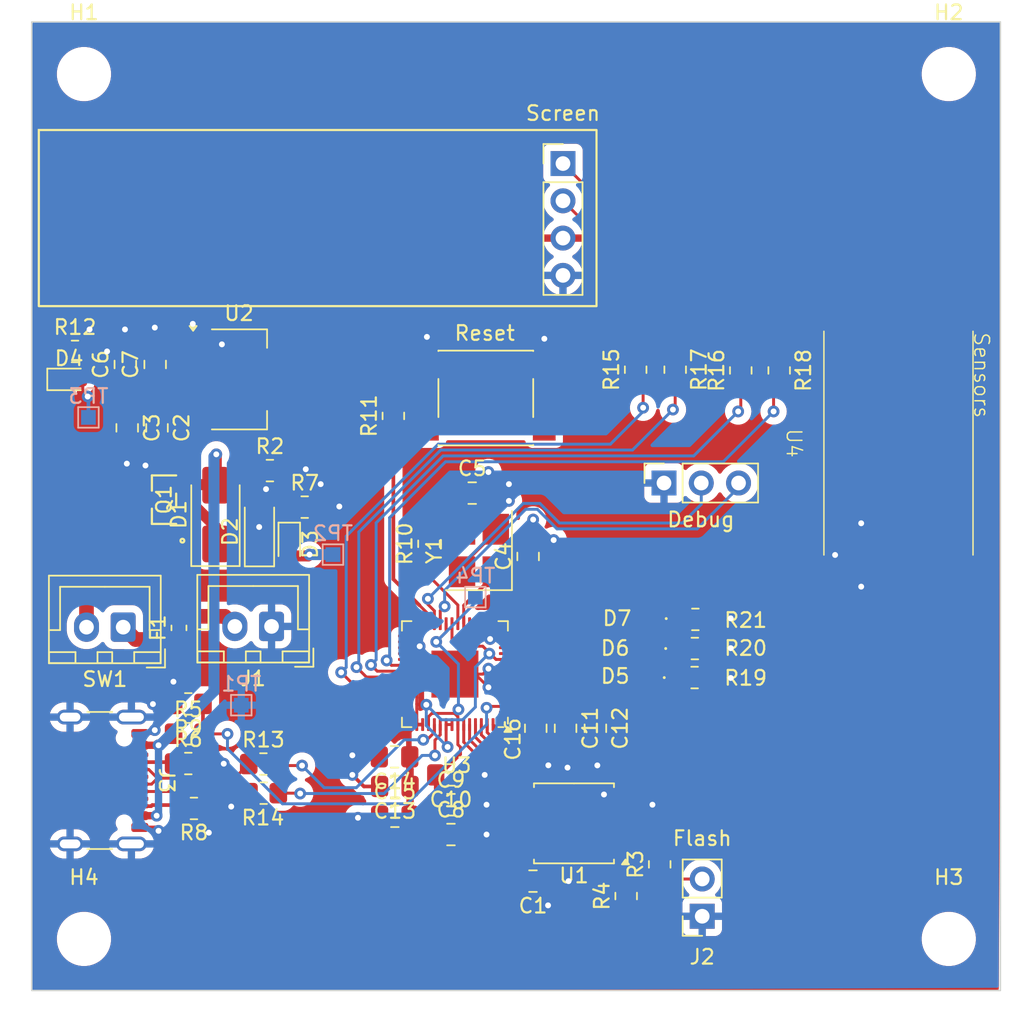
<source format=kicad_pcb>
(kicad_pcb (version 20240108) (generator "pcbnew") (generator_version "8.0")
  (layers (0 "F.Cu" signal) (31 "B.Cu" signal) (34 "B.Paste" user) (35 "F.Paste" user) (36 "B.SilkS" user "B.Silkscreen") (37 "F.SilkS" user "F.Silkscreen") (38 "B.Mask" user) (39 "F.Mask" user) (44 "Edge.Cuts" user))
  (net 0 "")
  (net 1 "+3V3")
  (net 2 "GND")
  (net 3 "/XIN")
  (net 4 "+BATT")
  (net 5 "+1V1")
  (net 6 "/LED_RED")
  (net 7 "Net-(C5-Pad1)")
  (net 8 "Net-(D5-K)")
  (net 9 "/LED_YELLOW")
  (net 10 "/LED_GREEN")
  (net 11 "Net-(D3-K)")
  (net 12 "Net-(D4-K)")
  (net 13 "VBUS")
  (net 14 "Net-(D7-K)")
  (net 15 "Net-(D6-K)")
  (net 16 "Net-(SW1-A)")
  (net 17 "Net-(J2-Pin_2)")
  (net 18 "/SWD")
  (net 19 "/SWCLK")
  (net 20 "I2C0_SDA")
  (net 21 "I2C0_SCL")
  (net 22 "/QSPI_SS")
  (net 23 "/RUN")
  (net 24 "/Xout")
  (net 25 "I2C1_SCL")
  (net 26 "I2C1_SDA")
  (net 27 "/QSPI_SD2")
  (net 28 "/QSPI_SD1")
  (net 29 "/QSPI_SD0")
  (net 30 "/QSPI_SD3")
  (net 31 "/QSPI_SCLK")
  (net 32 "Net-(J3-CC1)")
  (net 33 "/GPIO_1")
  (net 34 "/SPI0_CSn")
  (net 35 "/GPIO_2")
  (net 36 "/SPI1_SCK")
  (net 37 "/ADC_2")
  (net 38 "/ADC_0")
  (net 39 "USB_DET")
  (net 40 "/GPIO_7")
  (net 41 "/GPIO_3")
  (net 42 "/SPI1_MOSI")
  (net 43 "/GPIO_5")
  (net 44 "/CLK_GPIN0")
  (net 45 "/SPI1_MISO")
  (net 46 "/GPIO_4")
  (net 47 "/ADC_1")
  (net 48 "/GPIO_8")
  (net 49 "D-")
  (net 50 "/ADC_3")
  (net 51 "/SPI0_MOSI")
  (net 52 "/GPIO_6")
  (net 53 "/SPI0_SCK")
  (net 54 "/SPI0_MISO")
  (net 55 "/CLK_GPOUT0")
  (net 56 "D+")
  (net 57 "/SPI1_CSn")
  (net 58 "Net-(J3-CC2)")
  (net 59 "Net-(Q1-D)")
  (net 60 "/USB_D+")
  (net 61 "/USB_D-")
  (net 62 "/Batt")
  (footprint "Capacitor_SMD:C_0805_2012Metric_Pad1.18x1.45mm_HandSolder" (layer "F.Cu") (at 135.9408 105.918 -90)
    (property "Reference" "C11")
    (property "Value" "100nF")
  )
  (footprint "Diode_SMD:D_SMA" (layer "F.Cu") (at 112.0848 91.3554 90)
    (property "Reference" "D1")
    (property "Value" "D_Schottky")
  )
  (footprint "Button_Switch_SMD:SW_SPST_PTS645" (layer "F.Cu") (at 130.5052 83.4136)
    (property "Reference" "SW2" (hide yes))
    (property "Value" "Reset")
  )
  (footprint "Connector_USB:USB_C_Receptacle_GCT_USB4105-xx-A_16P_TopMnt_Horizontal" (layer "F.Cu") (at 103.251 109.474 -90)
    (property "Reference" "J3")
    (property "Value" "USB_C_Receptacle_USB2.0_14P")
  )
  (footprint "Resistor_SMD:R_0805_2012Metric_Pad1.20x1.40mm_HandSolder" (layer "F.Cu") (at 143.4084 81.4832 90)
    (property "Reference" "R17")
    (property "Value" "4K7")
  )
  (footprint "Resistor_SMD:R_0805_2012Metric_Pad1.20x1.40mm_HandSolder" (layer "F.Cu") (at 144.7492 100.4824)
    (property "Reference" "R20")
    (property "Value" "130")
  )
  (footprint "Capacitor_SMD:C_0805_2012Metric_Pad1.18x1.45mm_HandSolder" (layer "F.Cu") (at 107.9754 81.1276 90)
    (property "Reference" "C7")
    (property "Value" "10uF")
  )
  (footprint "Sense Board:SenseBoard" (layer "F.Cu") (at 151.003 86.487 -90)
    (property "Reference" "U4")
    (property "Value" "~")
  )
  (footprint "Package_TO_SOT_SMD:SOT-223" (layer "F.Cu") (at 113.6904 82.1436)
    (property "Reference" "U2")
    (property "Value" "Voltage Regulator")
  )
  (footprint "LED_SMD:LED_0603_1608Metric" (layer "F.Cu") (at 117.114 93.3874 -90)
    (property "Reference" "D3")
    (property "Value" "Orange LED")
  )
  (footprint "DMG2305UX-7:SOT-23_DIO" (layer "F.Cu") (at 108.5796 90.3394 90)
    (property "Reference" "Q1")
    (property "Value" "DMG2305UX-7")
  )
  (footprint "Capacitor_SMD:C_0805_2012Metric_Pad1.18x1.45mm_HandSolder" (layer "F.Cu") (at 124.3076 109.8804 180)
    (property "Reference" "C13")
    (property "Value" "100nF")
  )
  (footprint "Package_DFN_QFN:QFN-56-1EP_7x7mm_P0.4mm_EP3.2x3.2mm" (layer "F.Cu") (at 128.4008 102.2265 180)
    (property "Reference" "U3")
    (property "Value" "RP2040")
  )
  (footprint "Resistor_SMD:R_0805_2012Metric_Pad1.20x1.40mm_HandSolder" (layer "F.Cu") (at 102.5144 80.2386)
    (property "Reference" "R12")
    (property "Value" "360R")
  )
  (footprint "Resistor_SMD:R_0805_2012Metric_Pad1.20x1.40mm_HandSolder" (layer "F.Cu") (at 110.233 106.287)
    (property "Reference" "R5")
    (property "Value" "5.6k")
  )
  (footprint "Resistor_SMD:R_0805_2012Metric_Pad1.20x1.40mm_HandSolder" (layer "F.Cu") (at 115.3508 108.3528)
    (property "Reference" "R13")
    (property "Value" "27.4")
  )
  (footprint "Capacitor_SMD:C_0805_2012Metric_Pad1.18x1.45mm_HandSolder" (layer "F.Cu") (at 133.7188 116.332 180)
    (property "Reference" "C1")
    (property "Value" "100nF")
  )
  (footprint "Crystal:Crystal_SMD_3225-4Pin_3.2x2.5mm_HandSoldering" (layer "F.Cu") (at 130.0356 93.8044 90)
    (property "Reference" "Y1")
    (property "Value" "12MHz")
  )
  (footprint "Capacitor_SMD:C_0805_2012Metric_Pad1.18x1.45mm_HandSolder" (layer "F.Cu") (at 105.9434 81.1276 90)
    (property "Reference" "C6")
    (property "Value" "100nF")
  )
  (footprint "Capacitor_SMD:C_0805_2012Metric_Pad1.18x1.45mm_HandSolder" (layer "F.Cu") (at 129.5784 89.8928)
    (property "Reference" "C5")
    (property "Value" "20pF")
  )
  (footprint "Connector_JST:JST_XH_B2B-XH-A_1x02_P2.50mm_Vertical" (layer "F.Cu") (at 115.9056 98.9754 180)
    (property "Reference" "J1")
    (property "Value" "Conn_01x02")
  )
  (footprint "Resistor_SMD:R_0805_2012Metric_Pad1.20x1.40mm_HandSolder" (layer "F.Cu") (at 144.7332 102.46)
    (property "Reference" "R19")
    (property "Value" "130")
  )
  (footprint "LED_SMD:LED_0402_1005Metric_Pad0.77x0.64mm_HandSolder" (layer "F.Cu") (at 141.498 100.4824 180)
    (property "Reference" "D6")
    (property "Value" "LED")
  )
  (footprint "Capacitor_SMD:C_0805_2012Metric_Pad1.18x1.45mm_HandSolder" (layer "F.Cu") (at 128.1308 109.093 180)
    (property "Reference" "C10")
    (property "Value" "1uF")
  )
  (footprint "MountingHole:MountingHole_3.2mm_M3" (layer "F.Cu") (at 162.052 120.269)
    (property "Reference" "H3")
    (property "Value" "MountingHole")
  )
  (footprint "Connector_PinSocket_2.54mm:PinSocket_1x03_P2.54mm_Vertical" (layer "F.Cu") (at 142.6464 89.2048 90)
    (property "Reference" "J4" (hide yes))
    (property "Value" "Debug")
  )
  (footprint "Resistor_SMD:R_0805_2012Metric_Pad1.20x1.40mm_HandSolder" (layer "F.Cu") (at 110.233 104.255 180)
    (property "Reference" "R9")
    (property "Value" "10k")
  )
  (footprint "MountingHole:MountingHole_3.2mm_M3" (layer "F.Cu") (at 103.124 61.341)
    (property "Reference" "H1")
    (property "Value" "MountingHole")
  )
  (footprint "Resistor_SMD:R_0805_2012Metric_Pad1.20x1.40mm_HandSolder" (layer "F.Cu") (at 147.8788 81.534 90)
    (property "Reference" "R16")
    (property "Value" "4K7")
  )
  (footprint "Capacitor_SMD:C_0805_2012Metric_Pad1.18x1.45mm_HandSolder" (layer "F.Cu") (at 124.2869 107.8603 180)
    (property "Reference" "C14")
    (property "Value" "100nF")
  )
  (footprint "MountingHole:MountingHole_3.2mm_M3" (layer "F.Cu") (at 162.052 61.341)
    (property "Reference" "H2")
    (property "Value" "MountingHole")
  )
  (footprint "LED_SMD:LED_0603_1608Metric" (layer "F.Cu") (at 102.108 82.1436)
    (property "Reference" "D4")
    (property "Value" "Green LED")
  )
  (footprint "Resistor_SMD:R_0805_2012Metric_Pad1.20x1.40mm_HandSolder" (layer "F.Cu") (at 140.0688 117.348 90)
    (property "Reference" "R4")
    (property "Value" "DNP")
  )
  (footprint "Connector_PinHeader_2.54mm:PinHeader_1x04_P2.54mm_Vertical" (layer "F.Cu") (at 135.763 67.437)
    (property "Reference" "J5" (hide yes))
    (property "Value" "Screen")
  )
  (footprint "Resistor_SMD:R_0805_2012Metric_Pad1.20x1.40mm_HandSolder" (layer "F.Cu") (at 126.632 93.3472 90)
    (property "Reference" "R10")
    (property "Value" "1k")
  )
  (footprint "Resistor_SMD:R_0805_2012Metric_Pad1.20x1.40mm_HandSolder" (layer "F.Cu") (at 150.495 81.534 90)
    (property "Reference" "R18")
    (property "Value" "4K7")
  )
  (footprint "Connector_PinSocket_2.54mm:PinSocket_1x02_P2.54mm_Vertical" (layer "F.Cu") (at 145.2508 118.725 180)
    (property "Reference" "J2")
    (property "Value" "Flash")
  )
  (footprint "Fuse:Fuse_0603_1608Metric" (layer "F.Cu") (at 109.5956 99.077 90)
    (property "Reference" "F1")
    (property "Value" "0.15A")
  )
  (footprint "Connector_JST:JST_XH_B2B-XH-A_1x02_P2.50mm_Vertical" (layer "F.Cu") (at 105.7964 99.0262 180)
    (property "Reference" "SW1")
    (property "Value" "SW_SPST")
  )
  (footprint "Capacitor_SMD:C_0805_2012Metric_Pad1.18x1.45mm_HandSolder" (layer "F.Cu") (at 128.1308 113.157)
    (property "Reference" "C8")
    (property "Value" "100nF")
  )
  (footprint "LED_SMD:LED_0402_1005Metric_Pad0.77x0.64mm_HandSolder" (layer "F.Cu") (at 141.5328 98.4432 180)
    (property "Reference" "D7")
    (property "Value" "LED")
  )
  (footprint "Diode_SMD:D_SOD-123" (layer "F.Cu") (at 115.082 92.5238 90)
    (property "Reference" "D2")
    (property "Value" "D_Zener")
  )
  (footprint "Resistor_SMD:R_0805_2012Metric_Pad1.20x1.40mm_HandSolder" (layer "F.Cu") (at 124.206 84.6328 90)
    (property "Reference" "R11")
    (property "Value" "10k")
  )
  (footprint "Resistor_SMD:R_0805_2012Metric_Pad1.20x1.40mm_HandSolder" (layer "F.Cu") (at 115.7932 88.3582)
    (property "Reference" "R2")
    (property "Value" "10K")
  )
  (footprint "Capacitor_SMD:C_0805_2012Metric_Pad1.18x1.45mm_HandSolder" (layer "F.Cu") (at 133.9088 105.918 90)
    (property "Reference" "C16")
    (property "Value" "1uF")
  )
  (footprint "Resistor_SMD:R_0805_2012Metric_Pad1.20x1.40mm_HandSolder" (layer "F.Cu") (at 142.3548 115.189 90)
    (property "Reference" "R3")
    (property "Value" "1k")
  )
  (footprint "Package_SO:SOIC-8_5.23x5.23mm_P1.27mm" (layer "F.Cu") (at 136.5128 112.395 180)
    (property "Reference" "U1")
    (property "Value" "W25Q128JVPIQ TR")
  )
  (footprint "Resistor_SMD:R_0805_2012Metric_Pad1.20x1.40mm_HandSolder" (layer "F.Cu") (at 115.3668 110.3376)
    (property "Reference" "R14")
    (property "Value" "27.4")
  )
  (footprint "Resistor_SMD:R_0805_2012Metric_Pad1.20x1.40mm_HandSolder" (layer "F.Cu") (at 144.784 98.4976)
    (property "Reference" "R21")
    (property "Value" "130")
  )
  (footprint "Capacitor_SMD:C_0805_2012Metric_Pad1.18x1.45mm_HandSolder" (layer "F.Cu") (at 124.3076 111.9124)
    (property "Reference" "C15")
    (property "Value" "1uF")
  )
  (footprint "Capacitor_SMD:C_0805_2012Metric_Pad1.18x1.45mm_HandSolder" (layer "F.Cu") (at 128.1308 111.125)
    (property "Reference" "C9")
    (property "Value" "100nF")
  )
  (footprint "Capacitor_SMD:C_0805_2012Metric_Pad1.18x1.45mm_HandSolder" (layer "F.Cu") (at 106.0704 85.4456 -90)
    (property "Reference" "C3")
    (property "Value" "100nF")
  )
  (footprint "Resistor_SMD:R_0805_2012Metric_Pad1.20x1.40mm_HandSolder" (layer "F.Cu") (at 110.233 108.319)
    (property "Reference" "R6")
    (property "Value" "5.1k")
  )
  (footprint "Capacitor_SMD:C_0805_2012Metric_Pad1.18x1.45mm_HandSolder" (layer "F.Cu") (at 133.3884 94.2108 90)
    (property "Reference" "C4")
    (property "Value" "20pF")
  )
  (footprint "Capacitor_SMD:C_0805_2012Metric_Pad1.18x1.45mm_HandSolder" (layer "F.Cu") (at 108.1024 85.4456 -90)
    (property "Reference" "C2")
    (property "Value" "10uF")
  )
  (footprint "MountingHole:MountingHole_3.2mm_M3" (layer "F.Cu") (at 103.124 120.269)
    (property "Reference" "H4")
    (property "Value" "MountingHole")
  )
  (footprint "Resistor_SMD:R_0805_2012Metric_Pad1.20x1.40mm_HandSolder" (layer "F.Cu") (at 140.716 81.4832 90)
    (property "Reference" "R15")
    (property "Value" "4K7")
  )
  (footprint "Resistor_SMD:R_0805_2012Metric_Pad1.20x1.40mm_HandSolder" (layer "F.Cu") (at 110.617 111.379 180)
    (property "Reference" "R8")
    (property "Value" "5.1k")
  )
  (footprint "Resistor_SMD:R_0805_2012Metric_Pad1.20x1.40mm_HandSolder" (layer "F.Cu") (at 118.1648 90.8474)
    (property "Reference" "R7")
    (property "Value" "470R")
  )
  (footprint "Capacitor_SMD:C_0805_2012Metric_Pad1.18x1.45mm_HandSolder" (layer "F.Cu") (at 137.9728 105.918 -90)
    (property "Reference" "C12")
    (property "Value" "100nF")
  )
  (footprint "LED_SMD:LED_0402_1005Metric_Pad0.77x0.64mm_HandSolder" (layer "F.Cu") (at 141.3988 102.4636 180)
    (property "Reference" "D5")
    (property "Value" "LED")
  )
  (footprint "TestPoint:TestPoint_Pad_1.0x1.0mm" (layer "B.Cu") (at 120.0912 94.0816 180)
    (property "Reference" "TP2")
    (property "Value" "TestPoint")
  )
  (footprint "TestPoint:TestPoint_Pad_1.0x1.0mm" (layer "B.Cu") (at 113.8428 104.3432 180)
    (property "Reference" "TP1")
    (property "Value" "TestPoint")
  )
  (footprint "TestPoint:TestPoint_Pad_1.0x1.0mm" (layer "B.Cu") (at 103.4288 84.7344 180)
    (property "Reference" "TP3")
    (property "Value" "TestPoint")
  )
  (footprint "TestPoint:TestPoint_Pad_1.0x1.0mm" (layer "B.Cu") (at 129.794 96.9772 180)
    (property "Reference" "TP4")
    (property "Value" "1V1")
  )
  (gr_rect (start 100.049 65.151) (end 138.049 77.151) (stroke (width 0.15)) (fill none) (layer "F.SilkS"))
  (gr_rect (start 99.568 57.785) (end 165.568 123.785) (stroke (width 0.1)) (fill none) (layer "Edge.Cuts"))
  (segment (start 128.2008 98.789) (end 128.2008 100.0068) (width 0.2) (layer "F.Cu") (net 1))
  (segment (start 127.8008 105.664) (end 128.2008 105.664) (width 0.2) (layer "F.Cu") (net 1))
  (segment (start 131.8383 101.2265) (end 132.9615 101.2265) (width 0.2) (layer "F.Cu") (net 1))
  (segment (start 125.49716 101.2265) (end 125.8008 101.53014) (width 0.2) (layer "F.Cu") (net 1))
  (segment (start 131.8383 104.8265) (end 133.8548 104.8265) (width 0.2) (layer "F.Cu") (net 1))
  (segment (start 125.3244 106.1404) (end 125.8008 105.664) (width 0.25) (layer "F.Cu") (net 1))
  (segment (start 125.8008 105.664) (end 126.1758 105.664) (width 0.25) (layer "F.Cu") (net 1))
  (segment (start 135.9408 104.8805) (end 133.9088 104.8805) (width 0.25) (layer "F.Cu") (net 1))
  (segment (start 127.8008 107.088) (end 127.8008 105.664) (width 0.2) (layer "F.Cu") (net 1))
  (segment (start 124.9883 104.8515) (end 124.9633 104.8515) (width 0.25) (layer "F.Cu") (net 1))
  (segment (start 125.8008 104.267) (end 125.8008 105.664) (width 0.2) (layer "F.Cu") (net 1))
  (segment (start 124.9633 101.2265) (end 125.49716 101.2265) (width 0.2) (layer "F.Cu") (net 1))
  (segment (start 132.9615 101.2265) (end 132.969 101.219) (width 0.2) (layer "F.Cu") (net 1))
  (segment (start 128.2008 100.0068) (end 128.5205 100.3265) (width 0.2) (layer "F.Cu") (net 1))
  (segment (start 137.9728 104.8805) (end 135.9408 104.8805) (width 0.25) (layer "F.Cu") (net 1))
  (segment (start 130.3008 100.3265) (end 131.2008 101.2265) (width 0.2) (layer "F.Cu") (net 1))
  (segment (start 125.3244 107.8603) (end 125.3244 106.1404) (width 0.25) (layer "F.Cu") (net 1))
  (segment (start 125.3244 107.8603) (end 125.3244 109.8597) (width 0.25) (layer "F.Cu") (net 1))
  (segment (start 125.846926 104.313126) (end 125.8008 104.267) (width 0.2) (layer "F.Cu") (net 1))
  (segment (start 128.5205 100.3265) (end 130.3008 100.3265) (width 0.2) (layer "F.Cu") (net 1))
  (segment (start 125.8008 101.53014) (end 125.8008 104.267) (width 0.2) (layer "F.Cu") (net 1))
  (segment (start 131.2008 101.2265) (end 131.8383 101.2265) (width 0.2) (layer "F.Cu") (net 1))
  (segment (start 125.8008 105.664) (end 124.9883 104.8515) (width 0.25) (layer "F.Cu") (net 1))
  (segment (start 125.3451 109.8804) (end 125.3451 111.9124) (width 0.25) (layer "F.Cu") (net 1))
  (segment (start 127.9008 107.188) (end 127.8008 107.088) (width 0.2) (layer "F.Cu") (net 1))
  (segment (start 126.450485 104.313126) (end 125.846926 104.313126) (width 0.2) (layer "F.Cu") (net 1))
  (via (at 130.744475 100.832438) (size 0.8) (drill 0.4) (layers "F.Cu" "B.Cu") (net 1))
  (via (at 126.450485 104.313126) (size 0.8) (drill 0.4) (layers "F.Cu" "B.Cu") (net 1))
  (via (at 127.9008 107.188) (size 0.8) (drill 0.4) (layers "F.Cu" "B.Cu") (net 1))
  (via (at 103.378 83.312) (size 0.8) (drill 0.4) (layers "F.Cu" "B.Cu") (net 1))
  (segment (start 129.794 104.47061) (end 129.794 101.75305) (width 0.2) (layer "B.Cu") (net 1))
  (segment (start 103.4288 83.3628) (end 103.378 83.312) (width 0.25) (layer "B.Cu") (net 1))
  (segment (start 130.714612 100.832438) (end 130.744475 100.832438) (width 0.2) (layer "B.Cu") (net 1))
  (segment (start 127.9008 107.188) (end 126.450485 105.737685) (width 0.2) (layer "B.Cu") (net 1))
  (segment (start 128.92878 105.33583) (end 129.794 104.47061) (width 0.2) (layer "B.Cu") (net 1))
  (segment (start 103.4288 84.7344) (end 103.4288 83.3628) (width 0.25) (layer "B.Cu") (net 1))
  (segment (start 129.794 101.75305) (end 130.714612 100.832438) (width 0.2) (layer "B.Cu") (net 1))
  (segment (start 127.473189 105.33583) (end 128.92878 105.33583) (width 0.2) (layer "B.Cu") (net 1))
  (segment (start 126.450485 104.313126) (end 127.473189 105.33583) (width 0.2) (layer "B.Cu") (net 1))
  (segment (start 126.450485 105.737685) (end 126.450485 104.313126) (width 0.2) (layer "B.Cu") (net 1))
  (segment (start 107.975 112.674) (end 108.204 112.903) (width 0.25) (layer "F.Cu") (net 2))
  (segment (start 140.1128 110.49) (end 141.224 110.49) (width 0.25) (layer "F.Cu") (net 2))
  (segment (start 126.5252 81.1636) (end 126.5252 79.2812) (width 0.25) (layer "F.Cu") (net 2))
  (segment (start 112.637 108.319) (end 112.649 108.331) (width 0.2) (layer "F.Cu") (net 2))
  (segment (start 107.9754 78.6384) (end 107.95 78.613) (width 0.2) (layer "F.Cu") (net 2))
  (segment (start 109.233 102.756) (end 109.22 102.743) (width 0.2) (layer "F.Cu") (net 2))
  (segment (start 116.7932 88.3582) (end 118.1438 88.3582) (width 0.2) (layer "F.Cu") (net 2))
  (segment (start 107.721 106.274) (end 107.95 106.045) (width 0.2) (layer "F.Cu") (net 2))
  (segment (start 129.4008 98.789) (end 129.4008 99.32286) (width 0.2) (layer "F.Cu") (net 2))
  (segment (start 103.5144 80.2386) (end 104.6988 80.2386) (width 0.2) (layer "F.Cu") (net 2))
  (segment (start 121.5143 107.8603) (end 123.2494 107.8603) (width 0.25) (layer "F.Cu") (net 2))
  (segment (start 110.5404 79.8436) (end 112.4344 79.8436) (width 0.2) (layer "F.Cu") (net 2))
  (segment (start 129.89994 99.822) (end 130.78625 99.822) (width 0.2) (layer "F.Cu") (net 2))
  (segment (start 134.4852 81.1636) (end 134.4852 79.3828) (width 0.25) (layer "F.Cu") (net 2))
  (segment (start 128.4008 102.2265) (end 130.3105 102.2265) (width 0.2) (layer "F.Cu") (net 2))
  (segment (start 131.4682 89.8928) (end 132.08 89.281) (width 0.25) (layer "F.Cu") (net 2))
  (segment (start 119.1648 89.3692) (end 119.253 89.281) (width 0.2) (layer "F.Cu") (net 2))
  (segment (start 122.1994 109.8804) (end 121.412 109.093) (width 0.25) (layer "F.Cu") (net 2))
  (segment (start 145.784 98.4976) (end 147.1204 98.4976) (width 0.25) (layer "F.Cu") (net 2))
  (segment (start 133.9088 107.58205) (end 134.765875 108.439125) (width 0.25) (layer "F.Cu") (net 2))
  (segment (start 106.0704 87.8586) (end 106.045 87.884) (width 0.2) (layer "F.Cu") (net 2))
  (segment (start 111.233 108.319) (end 112.637 108.319) (width 0.2) (layer "F.Cu") (net 2))
  (segment (start 130.6159 89.8928) (end 130.6159 88.5241) (width 0.25) (layer "F.Cu") (net 2))
  (segment (start 134.7563 116.332) (end 136.144 116.332) (width 0.2) (layer "F.Cu") (net 2))
  (segment (start 138.619 110.49) (end 138.557 110.428) (width 0.25) (layer "F.Cu") (net 2))
  (segment (start 131.1856 92.3544) (end 131.1856 91.3184) (width 0.25) (layer "F.Cu") (net 2))
  (segment (start 127.896486 102.2265) (end 125.999311 100.329325) (width 0.2) (layer "F.Cu") (net 2))
  (segment (start 118.1438 88.3582) (end 118.237 88.265) (width 0.2) (layer "F.Cu") (net 2))
  (segment (start 105.9434 78.7654) (end 105.918 78.74) (width 0.2) (layer "F.Cu") (net 2))
  (segment (start 129.1683 109.093) (end 130.429 109.093) (width 0.25) (layer "F.Cu") (net 2))
  (segment (start 121.8946 111.9124) (end 121.793 112.014) (width 0.25) (layer "F.Cu") (net 2))
  (segment (start 113.157 111.252) (end 113.145 111.24) (width 0.2) (layer "F.Cu") (net 2))
  (segment (start 133.9088 106.9555) (end 133.9088 107.58205) (width 0.25) (layer "F.Cu") (net 2))
  (segment (start 156.083 94.107) (end 156.083 91.948) (width 0.2) (layer "F.Cu") (net 2))
  (segment (start 147.1676 100.4824) (end 147.193 100.457) (width 0.25) (layer "F.Cu") (net 2))
  (segment (start 126.5252 79.2812) (end 126.492 79.248) (width 0.25) (layer "F.Cu") (net 2))
  (segment (start 129.7855 102.2265) (end 130.683 103.124) (width 0.2) (layer "F.Cu") (net 2))
  (segment (start 123.2701 109.8804) (end 122.1994 109.8804) (width 0.25) (layer "F.Cu") (net 2))
  (segment (start 110.5404 78.359) (end 110.5404 79.8436) (width 0.2) (layer "F.Cu") (net 2))
  (segment (start 136.0725 108.5969) (end 136.0725 107.0872) (width 0.2) (layer "F.Cu") (net 2))
  (segment (start 145.7332 102.46) (end 147.164 102.46) (width 0.25) (layer "F.Cu") (net 2))
  (segment (start 141.224 110.49) (end 141.859 111.125) (width 0.25) (layer "F.Cu") (net 2))
  (segment (start 104.8473 80.0901) (end 104.6988 80.2386) (width 0.2) (layer "F.Cu") (net 2))
  (segment (start 131.1856 92.5044) (end 128.8856 94.8044) (width 0.25) (layer "F.Cu") (net 2))
  (segment (start 106.0704 86.4831) (end 106.0704 87.8586) (width 0.2) (layer "F.Cu") (net 2))
  (segment (start 130.78625 99.822) (end 130.798125 99.833875) (width 0.2) (layer "F.Cu") (net 2))
  (segment (start 111.617 113.014) (end 111.633 113.03) (width 0.25) (layer "F.Cu") (net 2))
  (segment (start 138.1045 108.4445) (end 138.1045 107.0872) (width 0.2) (layer "F.Cu") (net 2))
  (segment (start 115.082 90.0694) (end 116.7932 88.3582) (width 0.2) (layer "F.Cu") (net 2))
  (segment (start 133.3884 93.1733) (end 135.0457 93.1733) (width 0.25) (layer "F.Cu") (net 2))
  (segment (start 156.083 94.107) (end 154.305 94.107) (width 0.2) (layer "F.Cu") (net 2))
  (segment (start 140.1128 110.49) (end 138.619 110.49) (width 0.25) (layer "F.Cu") (net 2))
  (segment (start 134.7563 116.332) (end 134.7563 117.9737) (width 0.2) (layer "F.Cu") (net 2))
  (segment (start 119.1648 90.8474) (end 120.4806 90.8474) (width 0.2) (layer "F.Cu") (net 2))
  (segment (start 147.164 102.46) (end 147.193 102.489) (width 0.25) (layer "F.Cu") (net 2))
  (segment (start 130.3105 102.2265) (end 130.683 101.854) (width 0.2) (layer "F.Cu") (net 2))
  (segment (start 109.233 104.255) (end 107.835 104.255) (width 0.2) (layer "F.Cu") (net 2))
  (segment (start 130.6159 88.5241) (end 130.683 88.457) (width 0.25) (layer "F.Cu") (net 2))
  (segment (start 145.7492 100.4824) (end 147.1676 100.4824) (width 0.25) (layer "F.Cu") (net 2))
  (segment (start 103.5144 80.2386) (end 103.5144 78.7494) (width 0.2) (layer "F.Cu") (net 2))
  (segment (start 130.6159 89.8928) (end 131.4682 89.8928) (width 0.25) (layer "F.Cu") (net 2))
  (segment (start 107.835 104.255) (end 107.823 104.267) (width 0.2) (layer "F.Cu") (net 2))
  (segment (start 112.4344 79.8436) (end 112.522 79.756) (width 0.2) (layer "F.Cu") (net 2))
  (segment (start 133.3884 92.0366) (end 133.731 91.694) (width 0.25) (layer "F.Cu") (net 2))
  (segment (start 121.412 107.758) (end 121.5143 107.8603) (width 0.25) (layer "F.Cu") (net 2))
  (segment (start 129.1683 113.157) (end 130.556 113.157) (width 0.25) (layer "F.Cu") (net 2))
  (segment (start 131.1856 91.3184) (end 132.08 90.424) (width 0.25) (layer "F.Cu") (net 2))
  (segment (start 134.7563 117.9737) (end 134.747 117.983) (width 0.2) (layer "F.Cu") (net 2))
  (segment (start 106.931 106.274) (end 107.721 106.274) (width 0.2) (layer "F.Cu") (net 2))
  (segment (start 129.4008 99.32286) (end 129.89994 99.822) (width 0.2) (layer "F.Cu") (net 2))
  (segment (start 108.1024 86.4831) (end 108.1024 87.2236) (width 0.2) (layer "F.Cu") (net 2))
  (segment (start 129.1683 111.125) (end 130.556 111.125) (width 0.25) (layer "F.Cu") (net 2))
  (segment (start 105.9434 80.0901) (end 104.8473 80.0901) (width 0.2) (layer "F.Cu") (net 2))
  (segment (start 120.4806 90.8474) (end 120.523 90.805) (width 0.2) (layer "F.Cu") (net 2))
  (segment (start 109.233 104.255) (end 109.233 102.756) (width 0.2) (layer "F.Cu") (net 2))
  (segment (start 147.1204 98.4976) (end 147.193 98.425) (width 0.25) (layer "F.Cu") (net 2))
  (segment (start 105.9434 80.0901) (end 105.9434 78.7654) (width 0.2) (layer "F.Cu") (net 2))
  (segment (start 133.3884 93.1733) (end 133.3884 92.0366) (width 0.25) (layer "F.Cu") (net 2))
  (segment (start 113.145 111.24) (end 111.233 111.24) (width 0.2) (layer "F.Cu") (net 2))
  (segment (start 103.5144 78.7494) (end 103.505 78.74) (width 0.2) (layer "F.Cu") (net 2))
  (segment (start 115.082 90.8738) (end 115.082 92.182) (width 0.2) (layer "F.Cu") (net 2))
  (segment (start 156.083 96.266) (end 156.083 94.107) (width 0.2) (layer "F.Cu") (net 2))
  (segment (start 111.617 111.379) (end 111.617 113.014) (width 0.25) (layer "F.Cu") (net 2))
  (segment (start 115.082 92.182) (end 115.062 92.202) (width 0.2) (layer "F.Cu") (net 2))
  (segment (start 135.0457 93.1733) (end 135.128 93.091) (width 0.25) (layer "F.Cu") (net 2))
  (segment (start 108.1024 87.2236) (end 107.315 88.011) (width 0.2) (layer "F.Cu") (net 2))
  (segment (start 115.082 90.8738) (end 115.082 90.0694) (width 0.2) (layer "F.Cu") (net 2))
  (segment (start 123.2701 111.9124) (end 121.8946 111.9124) (width 0.25) (layer "F.Cu") (net 2))
  (segment (start 119.1648 90.8474) (end 119.1648 89.3692) (width 0.2) (layer "F.Cu") (net 2))
  (segment (start 134.4852 79.3828) (end 134.493 79.375) (width 0.25) (layer "F.Cu") (net 2))
  (segment (start 107.9754 80.0901) (end 107.9754 78.6384) (width 0.2) (layer "F.Cu") (net 2))
  (segment (start 106.931 112.674) (end 107.975 112.674) (width 0.25) (layer "F.Cu") (net 2))
  (via (at 120.523 90.805) (size 0.8) (drill 0.4) (layers "F.Cu" "B.Cu") (net 2))
  (via (at 154.305 94.107) (size 0.8) (drill 0.4) (layers "F.Cu" "B.Cu") (net 2))
  (via (at 130.683 88.457) (size 0.8) (drill 0.4) (layers "F.Cu" "B.Cu") (net 2))
  (via (at 121.412 109.093) (size 0.8) (drill 0.4) (layers "F.Cu" "B.Cu") (net 2))
  (via (at 115.062 92.202) (size 0.8) (drill 0.4) (layers "F.Cu" "B.Cu") (net 2))
  (via (at 103.505 78.74) (size 0.8) (drill 0.4) (layers "F.Cu" "B.Cu") (net 2))
  (via (at 105.918 78.74) (size 0.8) (drill 0.4) (layers "F.Cu" "B.Cu") (net 2))
  (via (at 156.083 91.948) (size 0.8) (drill 0.4) (layers "F.Cu" "B.Cu") (net 2))
  (via (at 136.0725 108.5969) (size 0.8) (drill 0.4) (layers "F.Cu" "B.Cu") (net 2))
  (via (at 135.128 93.091) (size 0.8) (drill 0.4) (layers "F.Cu" "B.Cu") (net 2))
  (via (at 113.157 111.252) (size 0.8) (drill 0.4) (layers "F.Cu" "B.Cu") (net 2))
  (via (at 134.765875 108.439125) (size 0.8) (drill 0.4) (layers "F.Cu" "B.Cu") (net 2))
  (via (at 118.237 88.265) (size 0.8) (drill 0.4) (layers "F.Cu" "B.Cu") (net 2))
  (via (at 112.649 108.331) (size 0.8) (drill 0.4) (layers "F.Cu" "B.Cu") (net 2))
  (via (at 107.823 104.267) (size 0.8) (drill 0.4) (layers "F.Cu" "B.Cu") (net 2))
  (via (at 126.492 79.248) (size 0.8) (drill 0.4) (layers "F.Cu" "B.Cu") (net 2))
  (via (at 125.999311 100.329325) (size 0.8) (drill 0.4) (layers "F.Cu" "B.Cu") (net 2))
  (via (at 109.22 102.743) (size 0.8) (drill 0.4) (layers "F.Cu" "B.Cu") (net 2))
  (via (at 121.412 107.758) (size 0.8) (drill 0.4) (layers "F.Cu" "B.Cu") (net 2))
  (via (at 130.683 103.124) (size 0.8) (drill 0.4) (layers "F.Cu" "B.Cu") (net 2))
  (via (at 134.747 117.983) (size 0.8) (drill 0.4) (layers "F.Cu" "B.Cu") (net 2))
  (via (at 147.193 100.457) (size 0.8) (drill 0.4) (layers "F.Cu" "B.Cu") (net 2))
  (via (at 132.08 90.424) (size 0.8) (drill 0.4) (layers "F.Cu" "B.Cu") (net 2))
  (via (at 104.6988 80.2386) (size 0.8) (drill 0.4) (layers "F.Cu" "B.Cu") (net 2))
  (via (at 112.522 79.756) (size 0.8) (drill 0.4) (layers "F.Cu" "B.Cu") (net 2))
  (via (at 121.793 112.014) (size 0.8) (drill 0.4) (layers "F.Cu" "B.Cu") (net 2))
  (via (at 130.429 109.093) (size 0.8) (drill 0.4) (layers "F.Cu" "B.Cu") (net 2))
  (via (at 130.798125 99.833875) (size 0.8) (drill 0.4) (layers "F.Cu" "B.Cu") (net 2))
  (via (at 119.253 89.281) (size 0.8) (drill 0.4) (layers "F.Cu" "B.Cu") (net 2))
  (via (at 156.083 96.266) (size 0.8) (drill 0.4) (layers "F.Cu" "B.Cu") (net 2))
  (via (at 147.193 98.425) (size 0.8) (drill 0.4) (layers "F.Cu" "B.Cu") (net 2))
  (via (at 130.683 101.854) (size 0.8) (drill 0.4) (layers "F.Cu" "B.Cu") (net 2))
  (via (at 132.08 89.281) (size 0.8) (drill 0.4) (layers "F.Cu" "B.Cu") (net 2))
  (via (at 133.731 91.694) (size 0.8) (drill 0.4) (layers "F.Cu" "B.Cu") (net 2))
  (via (at 147.193 102.489) (size 0.8) (drill 0.4) (layers "F.Cu" "B.Cu") (net 2))
  (via (at 138.557 110.428) (size 0.8) (drill 0.4) (layers "F.Cu" "B.Cu") (net 2))
  (via (at 106.045 87.884) (size 0.8) (drill 0.4) (layers "F.Cu" "B.Cu") (net 2))
  (via (at 107.95 106.045) (size 0.8) (drill 0.4) (layers "F.Cu" "B.Cu") (net 2))
  (via (at 108.204 112.903) (size 0.8) (drill 0.4) (layers "F.Cu" "B.Cu") (net 2))
  (via (at 134.493 79.375) (size 0.8) (drill 0.4) (layers "F.Cu" "B.Cu") (net 2))
  (via (at 141.859 111.125) (size 0.8) (drill 0.4) (layers "F.Cu" "B.Cu") (net 2))
  (via (at 111.633 113.03) (size 0.8) (drill 0.4) (layers "F.Cu" "B.Cu") (net 2))
  (via (at 115.5297 89.6217) (size 0.8) (drill 0.4) (layers "F.Cu" "B.Cu") (net 2))
  (via (at 107.95 78.613) (size 0.8) (drill 0.4) (layers "F.Cu" "B.Cu") (net 2))
  (via (at 136.144 116.332) (size 0.8) (drill 0.4) (layers "F.Cu" "B.Cu") (net 2))
  (via (at 110.5404 78.359) (size 0.8) (drill 0.4) (layers "F.Cu" "B.Cu") (net 2))
  (via (at 138.1045 108.4445) (size 0.8) (drill 0.4) (layers "F.Cu" "B.Cu") (net 2))
  (via (at 130.556 113.157) (size 0.8) (drill 0.4) (layers "F.Cu" "B.Cu") (net 2))
  (via (at 107.315 88.011) (size 0.8) (drill 0.4) (layers "F.Cu" "B.Cu") (net 2))
  (via (at 130.556 111.125) (size 0.8) (drill 0.4) (layers "F.Cu" "B.Cu") (net 2))
  (segment (start 129.0008 97.5672) (end 129.0008 98.789) (width 0.2) (layer "F.Cu") (net 3))
  (segment (start 133.3884 95.2483) (end 131.1917 95.2483) (width 0.25) (layer "F.Cu") (net 3))
  (segment (start 131.1856 95.3824) (end 129.0258 97.5422) (width 0.25) (layer "F.Cu") (net 3))
  (segment (start 129.0258 97.5422) (end 129.0258 97.5672) (width 0.25) (layer "F.Cu") (net 3))
  (segment (start 118.3988 94.1738) (end 115.082 94.1738) (width 0.75) (layer "F.Cu") (net 4))
  (segment (start 112.0848 92.179054) (end 110.245146 90.3394) (width 0.75) (layer "F.Cu") (net 4))
  (segment (start 115.082 94.1738) (end 112.9032 94.1738) (width 0.75) (layer "F.Cu") (net 4))
  (segment (start 109.278999 88.333001) (end 108.505099 88.333001) (width 0.75) (layer "F.Cu") (net 4))
  (segment (start 112.0848 93.3554) (end 112.0848 92.179054) (width 0.75) (layer "F.Cu") (net 4))
  (segment (start 107.6346 89.2035) (end 107.6346 90.3394) (width 0.75) (layer "F.Cu") (net 4))
  (segment (start 118.491 94.0816) (end 118.3988 94.1738) (width 0.75) (layer "F.Cu") (net 4))
  (segment (start 110.5404 84.4436) (end 110.5404 87.0716) (width 0.75) (layer "F.Cu") (net 4))
  (segment (start 110.5404 87.0716) (end 109.278999 88.333001) (width 0.75) (layer "F.Cu") (net 4))
  (segment (start 110.245146 90.3394) (end 107.6346 90.3394) (width 0.75) (layer "F.Cu") (net 4))
  (segment (start 108.1024 84.4081) (end 106.0704 84.4081) (width 0.75) (layer "F.Cu") (net 4))
  (segment (start 112.9032 94.1738) (end 112.0848 93.3554) (width 0.75) (layer "F.Cu") (net 4))
  (segment (start 108.505099 88.333001) (end 107.6346 89.2035) (width 0.75) (layer "F.Cu") (net 4))
  (segment (start 110.5404 84.4436) (end 108.1379 84.4436) (width 0.75) (layer "F.Cu") (net 4))
  (via (at 118.491 94.0816) (size 0.8) (drill 0.4) (layers "F.Cu" "B.Cu") (net 4))
  (segment (start 118.491 94.0816) (end 120.0912 94.0816) (width 0.75) (layer "B.Cu") (net 4))
  (segment (start 126.6008 105.664) (end 126.6008 105.13014) (width 0.2) (layer "F.Cu") (net 5))
  (segment (start 126.6008 105.13014) (end 126.82894 104.902) (width 0.2) (layer "F.Cu") (net 5))
  (segment (start 128.778 107.203489) (end 128.778 107.696) (width 0.2) (layer "F.Cu") (net 5))
  (segment (start 127.8008 99.352698) (end 127.127 100.026498) (width 0.2) (layer "F.Cu") (net 5))
  (segment (start 128.778 107.696) (end 127.381 109.093) (width 0.2) (layer "F.Cu") (net 5))
  (segment (start 127.0933 113.157) (end 127.0933 111.125) (width 0.25) (layer "F.Cu") (net 5))
  (segment (start 128.6008 105.13014) (end 128.6008 105.664) (width 0.2) (layer "F.Cu") (net 5))
  (segment (start 128.6008 105.664) (end 128.6008 107.026289) (width 0.2) (layer "F.Cu") (net 5))
  (segment (start 128.63883 104.63583) (end 128.37266 104.902) (width 0.2) (layer "F.Cu") (net 5))
  (segment (start 128.37266 104.902) (end 128.6008 105.13014) (width 0.2) (layer "F.Cu") (net 5))
  (segment (start 128.6008 107.026289) (end 128.778 107.203489) (width 0.2) (layer "F.Cu") (net 5))
  (segment (start 127.0933 111.125) (end 127.0933 109.093) (width 0.25) (layer "F.Cu") (net 5))
  (segment (start 127.8008 98.789) (end 127.8008 99.352698) (width 0.2) (layer "F.Cu") (net 5))
  (segment (start 126.82894 104.902) (end 128.37266 104.902) (width 0.2) (layer "F.Cu") (net 5))
  (via (at 128.63883 104.63583) (size 0.8) (drill 0.4) (layers "F.Cu" "B.Cu") (net 5))
  (via (at 127.127 100.026498) (size 0.8) (drill 0.4) (layers "F.Cu" "B.Cu") (net 5))
  (segment (start 128.63883 104.63583) (end 128.63883 101.538328) (width 0.2) (layer "B.Cu") (net 5))
  (segment (start 128.63883 101.538328) (end 127.127 100.026498) (width 0.2) (layer "B.Cu") (net 5))
  (segment (start 127.127 100.026498) (end 129.794 97.359498) (width 0.2) (layer "B.Cu") (net 5))
  (segment (start 131.8383 100.4265) (end 138.7892 100.4265) (width 0.2) (layer "F.Cu") (net 6))
  (segment (start 138.7892 100.4265) (end 140.8263 102.4636) (width 0.2) (layer "F.Cu") (net 6))
  (segment (start 128.8856 92.3544) (end 126.6392 92.3544) (width 0.25) (layer "F.Cu") (net 7))
  (segment (start 128.8856 92.3544) (end 128.8856 90.2375) (width 0.25) (layer "F.Cu") (net 7))
  (segment (start 141.9713 102.4636) (end 143.7296 102.4636) (width 0.2) (layer "F.Cu") (net 8))
  (segment (start 131.8383 100.0265) (end 140.4696 100.0265) (width 0.2) (layer "F.Cu") (net 9))
  (segment (start 140.4696 100.0265) (end 140.9255 100.4824) (width 0.2) (layer "F.Cu") (net 9))
  (segment (start 139.777 99.6265) (end 131.8383 99.6265) (width 0.2) (layer "F.Cu") (net 10))
  (segment (start 140.9603 98.4432) (end 139.777 99.6265) (width 0.2) (layer "F.Cu") (net 10))
  (segment (start 117.1648 90.8474) (end 117.1648 92.5491) (width 0.25) (layer "F.Cu") (net 11))
  (segment (start 101.5144 80.2386) (end 101.5144 81.9497) (width 0.25) (layer "F.Cu") (net 12))
  (segment (start 112.141 87.249) (end 112.141 89.2992) (width 0.75) (layer "F.Cu") (net 13))
  (segment (start 112.0848 89.3554) (end 113.796 89.3554) (width 0.75) (layer "F.Cu") (net 13))
  (segment (start 113.796 89.3554) (end 114.7932 88.3582) (width 0.75) (layer "F.Cu") (net 13))
  (segment (start 109.524599 89.314401) (end 112.043801 89.314401) (width 0.75) (layer "F.Cu") (net 13))
  (segment (start 108.446 107.074) (end 109.233 106.287) (width 0.5) (layer "F.Cu") (net 13))
  (segment (start 106.931 107.074) (end 108.446 107.074) (width 0.5) (layer "F.Cu") (net 13))
  (segment (start 108.077 111.874) (end 106.931 111.874) (width 0.5) (layer "F.Cu") (net 13))
  (via (at 108.204 107.074) (size 0.8) (drill 0.4) (layers "F.Cu" "B.Cu") (net 13))
  (via (at 112.141 87.249) (size 0.8) (drill 0.4) (layers "F.Cu" "B.Cu") (net 13))
  (via (at 108.077 111.874) (size 0.8) (drill 0.4) (layers "F.Cu" "B.Cu") (net 13))
  (segment (start 108.204 111.747) (end 108.204 107.074) (width 0.5) (layer "B.Cu") (net 13))
  (segment (start 111.9806 103.393259) (end 108.299859 107.074) (width 0.75) (layer "B.Cu") (net 13))
  (segment (start 112.141 87.249) (end 111.9806 87.4094) (width 0.75) (layer "B.Cu") (net 13))
  (segment (start 111.9806 87.4094) (end 111.9806 103.393259) (width 0.75) (layer "B.Cu") (net 13))
  (segment (start 108.077 111.874) (end 108.204 111.747) (width 0.5) (layer "B.Cu") (net 13))
  (segment (start 108.299859 107.074) (end 108.204 107.074) (width 0.75) (layer "B.Cu") (net 13))
  (segment (start 142.1053 98.4432) (end 143.7296 98.4432) (width 0.2) (layer "F.Cu") (net 14))
  (segment (start 142.0705 100.4824) (end 143.7492 100.4824) (width 0.2) (layer "F.Cu") (net 15))
  (segment (start 106.6347 99.8645) (end 105.7964 99.0262) (width 1) (layer "F.Cu") (net 16))
  (segment (start 109.5956 99.8645) (end 106.6347 99.8645) (width 1) (layer "F.Cu") (net 16))
  (segment (start 142.3548 116.189) (end 145.2468 116.189) (width 0.2) (layer "F.Cu") (net 17))
  (segment (start 127.0008 97.9178) (end 126.557719 97.474719) (width 0.2) (layer "F.Cu") (net 18))
  (segment (start 126.557719 97.474719) (end 126.557719 97.092747) (width 0.2) (layer "F.Cu") (net 18))
  (segment (start 127.0008 98.789) (end 127.0008 97.9178) (width 0.2) (layer "F.Cu") (net 18))
  (via (at 126.557719 97.092747) (size 0.8) (drill 0.4) (layers "F.Cu" "B.Cu") (net 18))
  (segment (start 135.521636 91.929) (end 143.91 91.929) (width 0.2) (layer "B.Cu") (net 18))
  (segment (start 145.1864 90.6526) (end 145.1864 89.2048) (width 0.2) (layer "B.Cu") (net 18))
  (segment (start 134.186636 90.594) (end 135.521636 91.929) (width 0.2) (layer "B.Cu") (net 18))
  (segment (start 133.056467 90.594) (end 134.186636 90.594) (width 0.2) (layer "B.Cu") (net 18))
  (segment (start 143.91 91.929) (end 145.1864 90.6526) (width 0.2) (layer "B.Cu") (net 18))
  (segment (start 126.557719 97.092747) (end 133.056467 90.594) (width 0.2) (layer "B.Cu") (net 18))
  (segment (start 127.4008 98.789) (end 127.4008 97.90765) (width 0.2) (layer "F.Cu") (net 19))
  (segment (start 127.4008 97.90765) (end 127.69985 97.6086) (width 0.2) (layer "F.Cu") (net 19))
  (via (at 127.69985 97.6086) (size 0.8) (drill 0.4) (layers "F.Cu" "B.Cu") (net 19))
  (segment (start 144.907 92.329) (end 147.7264 89.5096) (width 0.2) (layer "B.Cu") (net 19))
  (segment (start 134.02095 90.994) (end 135.35595 92.329) (width 0.2) (layer "B.Cu") (net 19))
  (segment (start 127.69985 96.516302) (end 133.222152 90.994) (width 0.2) (layer "B.Cu") (net 19))
  (segment (start 133.222152 90.994) (end 134.02095 90.994) (width 0.2) (layer "B.Cu") (net 19))
  (segment (start 127.69985 97.6086) (end 127.69985 96.516302) (width 0.2) (layer "B.Cu") (net 19))
  (segment (start 135.35595 92.329) (end 144.907 92.329) (width 0.2) (layer "B.Cu") (net 19))
  (segment (start 142.259 81.3338) (end 142.259 73.933) (width 0.2) (layer "F.Cu") (net 20))
  (segment (start 143.4084 82.4832) (end 142.259 81.3338) (width 0.2) (layer "F.Cu") (net 20))
  (segment (start 143.4084 84.0486) (end 143.256 84.201) (width 0.2) (layer "F.Cu") (net 20))
  (segment (start 122.369059 102.4265) (end 124.9633 102.4265) (width 0.2) (layer "F.Cu") (net 20))
  (segment (start 121.693446 101.750887) (end 122.369059 102.4265) (width 0.2) (layer "F.Cu") (net 20))
  (segment (start 143.4084 82.4832) (end 143.4084 84.0486) (width 0.2) (layer "F.Cu") (net 20))
  (segment (start 142.259 73.933) (end 135.763 67.437) (width 0.2) (layer "F.Cu") (net 20))
  (via (at 143.256 84.201) (size 0.8) (drill 0.4) (layers "F.Cu" "B.Cu") (net 20))
  (via (at 121.693446 101.750887) (size 0.8) (drill 0.4) (layers "F.Cu" "B.Cu") (net 20))
  (segment (start 140.5 86.957) (end 143.256 84.201) (width 0.2) (layer "B.Cu") (net 20))
  (segment (start 121.693446 101.750887) (end 121.849948 101.594385) (width 0.2) (layer "B.Cu") (net 20))
  (segment (start 121.849948 101.594385) (end 121.849948 92.53768) (width 0.2) (layer "B.Cu") (net 20))
  (segment (start 127.43063 86.957) (end 140.5 86.957) (width 0.2) (layer "B.Cu") (net 20))
  (segment (start 121.849948 92.53768) (end 127.43063 86.957) (width 0.2) (layer "B.Cu") (net 20))
  (segment (start 141.859 81.3402) (end 141.859 76.073) (width 0.2) (layer "F.Cu") (net 21))
  (segment (start 141.224 84.074) (end 141.224 82.9912) (width 0.2) (layer "F.Cu") (net 21))
  (segment (start 121.3685 102.8265) (end 120.65 102.108) (width 0.2) (layer "F.Cu") (net 21))
  (segment (start 140.716 82.4832) (end 141.859 81.3402) (width 0.2) (layer "F.Cu") (net 21))
  (segment (start 141.859 76.073) (end 135.763 69.977) (width 0.2) (layer "F.Cu") (net 21))
  (segment (start 141.224 82.9912) (end 140.716 82.4832) (width 0.2) (layer "F.Cu") (net 21))
  (segment (start 124.9633 102.8265) (end 121.3685 102.8265) (width 0.2) (layer "F.Cu") (net 21))
  (via (at 120.65 102.108) (size 0.8) (drill 0.4) (layers "F.Cu" "B.Cu") (net 21))
  (via (at 141.224 84.074) (size 0.8) (drill 0.4) (layers "F.Cu" "B.Cu") (net 21))
  (segment (start 127.264945 86.557) (end 120.993446 92.828497) (width 0.2) (layer "B.Cu") (net 21))
  (segment (start 141.224 84.074) (end 141.224 84.328) (width 0.2) (layer "B.Cu") (net 21))
  (segment (start 138.995 86.557) (end 127.264945 86.557) (width 0.2) (layer "B.Cu") (net 21))
  (segment (start 120.993446 92.828497) (end 120.993446 101.764554) (width 0.2) (layer "B.Cu") (net 21))
  (segment (start 120.993446 101.764554) (end 120.65 102.108) (width 0.2) (layer "B.Cu") (net 21))
  (segment (start 141.224 84.328) (end 138.995 86.557) (width 0.2) (layer "B.Cu") (net 21))
  (segment (start 141.351 114.3) (end 142.2438 114.3) (width 0.2) (layer "F.Cu") (net 22))
  (segment (start 143.129 110.49) (end 141.967 109.328) (width 0.2) (layer "F.Cu") (net 22))
  (segment (start 140.912799 114.3) (end 141.131899 114.080899) (width 0.2) (layer "F.Cu") (net 22))
  (segment (start 140.0688 116.348) (end 140.0688 114.344) (width 0.2) (layer "F.Cu") (net 22))
  (segment (start 141.131899 114.080899) (end 143.129 112.083798) (width 0.2) (layer "F.Cu") (net 22))
  (segment (start 140.1128 114.3) (end 141.351 114.3) (width 0.2) (layer "F.Cu") (net 22))
  (segment (start 134.6648 109.328) (end 131.0008 105.664) (width 0.2) (layer "F.Cu") (net 22))
  (segment (start 140.1128 114.3) (end 140.912799 114.3) (width 0.2) (layer "F.Cu") (net 22))
  (segment (start 141.967 109.328) (end 134.6648 109.328) (width 0.2) (layer "F.Cu") (net 22))
  (segment (start 143.129 112.083798) (end 143.129 110.49) (width 0.2) (layer "F.Cu") (net 22))
  (segment (start 141.351 114.3) (end 141.131899 114.080899) (width 0.2) (layer "F.Cu") (net 22))
  (segment (start 124.206 95.758) (end 124.206 85.6328) (width 0.25) (layer "F.Cu") (net 23))
  (segment (start 126.5252 85.6636) (end 124.2368 85.6636) (width 0.25) (layer "F.Cu") (net 23))
  (segment (start 125.984 97.536) (end 124.206 95.758) (width 0.25) (layer "F.Cu") (net 23))
  (segment (start 126.6008 98.1528) (end 125.984 97.536) (width 0.2) (layer "F.Cu") (net 23))
  (segment (start 126.6008 98.789) (end 126.6008 98.1528) (width 0.2) (layer "F.Cu") (net 23))
  (segment (start 134.4852 85.6636) (end 126.5252 85.6636) (width 0.25) (layer "F.Cu") (net 23))
  (segment (start 126.632 95.5508) (end 126.632 94.3472) (width 0.2) (layer "F.Cu") (net 24))
  (segment (start 128.6008 98.789) (end 128.6008 97.5196) (width 0.2) (layer "F.Cu") (net 24))
  (segment (start 128.6008 97.5196) (end 126.632 95.5508) (width 0.2) (layer "F.Cu") (net 24))
  (segment (start 147.8788 82.534) (end 147.8788 84.1502) (width 0.2) (layer "F.Cu") (net 25))
  (segment (start 147.8788 84.1502) (end 147.701 84.328) (width 0.2) (layer "F.Cu") (net 25))
  (segment (start 148.971 81.4418) (end 148.971 78.994) (width 0.2) (layer "F.Cu") (net 25))
  (segment (start 122.682 101.6) (end 123.1085 102.0265) (width 0.2) (layer "F.Cu") (net 25))
  (segment (start 123.1085 102.0265) (end 124.9633 102.0265) (width 0.2) (layer "F.Cu") (net 25))
  (segment (start 151.638 76.327) (end 158.623 76.327) (width 0.2) (layer "F.Cu") (net 25))
  (segment (start 158.623 76.327) (end 161.163 78.867) (width 0.2) (layer "F.Cu") (net 25))
  (segment (start 147.8788 82.534) (end 148.971 81.4418) (width 0.2) (layer "F.Cu") (net 25))
  (segment (start 148.971 78.994) (end 151.638 76.327) (width 0.2) (layer "F.Cu") (net 25))
  (via (at 122.682 101.6) (size 0.8) (drill 0.4) (layers "F.Cu" "B.Cu") (net 25))
  (via (at 147.701 84.328) (size 0.8) (drill 0.4) (layers "F.Cu" "B.Cu") (net 25))
  (segment (start 144.672 87.357) (end 147.701 84.328) (width 0.2) (layer "B.Cu") (net 25))
  (segment (start 123.032853 101.249147) (end 123.032853 91.920461) (width 0.2) (layer "B.Cu") (net 25))
  (segment (start 127.596315 87.357) (end 144.672 87.357) (width 0.2) (layer "B.Cu") (net 25))
  (segment (start 123.032853 91.920461) (end 127.596315 87.357) (width 0.2) (layer "B.Cu") (net 25))
  (segment (start 122.682 101.6) (end 123.032853 101.249147) (width 0.2) (layer "B.Cu") (net 25))
  (segment (start 150.114 84.328) (end 150.114 82.915) (width 0.2) (layer "F.Cu") (net 26))
  (segment (start 149.352 82.091) (end 149.352 81.915) (width 0.2) (layer "F.Cu") (net 26))
  (segment (start 149.371 79.159686) (end 150.552686 77.978) (width 0.2) (layer "F.Cu") (net 26))
  (segment (start 123.749177 101.296149) (end 124.079528 101.6265) (width 0.2) (layer "F.Cu") (net 26))
  (segment (start 149.352 81.915) (end 149.371 81.896) (width 0.2) (layer "F.Cu") (net 26))
  (segment (start 155.194 77.978) (end 156.083 78.867) (width 0.2) (layer "F.Cu") (net 26))
  (segment (start 124.079528 101.6265) (end 124.9633 101.6265) (width 0.2) (layer "F.Cu") (net 26))
  (segment (start 150.495 82.534) (end 149.795 82.534) (width 0.2) (layer "F.Cu") (net 26))
  (segment (start 149.795 82.534) (end 149.352 82.091) (width 0.2) (layer "F.Cu") (net 26))
  (segment (start 149.371 81.896) (end 149.371 79.159686) (width 0.2) (layer "F.Cu") (net 26))
  (segment (start 150.552686 77.978) (end 155.194 77.978) (width 0.2) (layer "F.Cu") (net 26))
  (via (at 150.114 84.328) (size 0.8) (drill 0.4) (layers "F.Cu" "B.Cu") (net 26))
  (via (at 123.749177 101.296149) (size 0.8) (drill 0.4) (layers "F.Cu" "B.Cu") (net 26))
  (segment (start 123.952 91.567) (end 127.762 87.757) (width 0.2) (layer "B.Cu") (net 26))
  (segment (start 123.749177 101.296149) (end 123.952 101.093326) (width 0.2) (layer "B.Cu") (net 26))
  (segment (start 146.685 87.757) (end 150.114 84.328) (width 0.2) (layer "B.Cu") (net 26))
  (segment (start 127.762 87.757) (end 146.685 87.757) (width 0.2) (layer "B.Cu") (net 26))
  (segment (start 123.952 101.093326) (end 123.952 91.567) (width 0.2) (layer "B.Cu") (net 26))
  (segment (start 131.006928 106.8015) (end 130.638754 106.8015) (width 0.2) (layer "F.Cu") (net 27))
  (segment (start 134.333428 110.128) (end 131.006928 106.8015) (width 0.2) (layer "F.Cu") (net 27))
  (segment (start 138.684 111.76) (end 137.052 110.128) (width 0.2) (layer "F.Cu") (net 27))
  (segment (start 130.2008 106.363546) (end 130.2008 105.664) (width 0.2) (layer "F.Cu") (net 27))
  (segment (start 130.638754 106.8015) (end 130.2008 106.363546) (width 0.2) (layer "F.Cu") (net 27))
  (segment (start 137.052 110.128) (end 134.333428 110.128) (width 0.2) (layer "F.Cu") (net 27))
  (segment (start 140.1128 111.76) (end 138.684 111.76) (width 0.2) (layer "F.Cu") (net 27))
  (segment (start 134.499114 109.728) (end 141.801314 109.728) (width 0.2) (layer "F.Cu") (net 28))
  (segment (start 130.6008 106.19786) (end 130.80444 106.4015) (width 0.2) (layer "F.Cu") (net 28))
  (segment (start 130.80444 106.4015) (end 131.172614 106.4015) (width 0.2) (layer "F.Cu") (net 28))
  (segment (start 142.729 111.906) (end 141.605 113.03) (width 0.2) (layer "F.Cu") (net 28))
  (segment (start 130.6008 105.664) (end 130.6008 106.19786) (width 0.2) (layer "F.Cu") (net 28))
  (segment (start 141.801314 109.728) (end 142.729 110.655687) (width 0.2) (layer "F.Cu") (net 28))
  (segment (start 142.729 110.655687) (end 142.729 111.906) (width 0.2) (layer "F.Cu") (net 28))
  (segment (start 141.605 113.03) (end 140.1128 113.03) (width 0.2) (layer "F.Cu") (net 28))
  (segment (start 131.172614 106.4015) (end 134.499114 109.728) (width 0.2) (layer "F.Cu") (net 28))
  (segment (start 129.8008 106.529232) (end 130.473068 107.2015) (width 0.2) (layer "F.Cu") (net 29))
  (segment (start 132.9128 109.273058) (end 132.9128 110.49) (width 0.2) (layer "F.Cu") (net 29))
  (segment (start 130.841242 107.2015) (end 132.9128 109.273058) (width 0.2) (layer "F.Cu") (net 29))
  (segment (start 129.8008 105.664) (end 129.8008 106.529232) (width 0.2) (layer "F.Cu") (net 29))
  (segment (start 130.473068 107.2015) (end 130.841242 107.2015) (width 0.2) (layer "F.Cu") (net 29))
  (segment (start 129.0008 106.860604) (end 130.141698 108.0015) (width 0.2) (layer "F.Cu") (net 30))
  (segment (start 130.141698 108.0015) (end 130.50987 108.0015) (width 0.2) (layer "F.Cu") (net 30))
  (segment (start 129.0008 105.664) (end 129.0008 106.860604) (width 0.2) (layer "F.Cu") (net 30))
  (segment (start 131.4128 111.700552) (end 132.742248 113.03) (width 0.2) (layer "F.Cu") (net 30))
  (segment (start 130.50987 108.0015) (end 131.4128 108.90443) (width 0.2) (layer "F.Cu") (net 30))
  (segment (start 131.4128 108.90443) (end 131.4128 111.700552) (width 0.2) (layer "F.Cu") (net 30))
  (segment (start 131.8128 108.738744) (end 131.8128 110.830552) (width 0.2) (layer "F.Cu") (net 31))
  (segment (start 130.675556 107.6015) (end 131.8128 108.738744) (width 0.2) (layer "F.Cu") (net 31))
  (segment (start 129.4008 105.664) (end 129.4008 106.694918) (width 0.2) (layer "F.Cu") (net 31))
  (segment (start 129.4008 106.694918) (end 130.307383 107.6015) (width 0.2) (layer "F.Cu") (net 31))
  (segment (start 130.307383 107.6015) (end 130.675556 107.6015) (width 0.2) (layer "F.Cu") (net 31))
  (segment (start 131.8128 110.830552) (end 132.742248 111.76) (width 0.2) (layer "F.Cu") (net 31))
  (segment (start 109.138 108.224) (end 106.931 108.224) (width 0.25) (layer "F.Cu") (net 32))
  (segment (start 111.233 104.255) (end 111.233 106.287) (width 0.25) (layer "F.Cu") (net 39))
  (segment (start 130.6505 104.4265) (end 130.556 104.521) (width 0.2) (layer "F.Cu") (net 39))
  (segment (start 131.8383 104.4265) (end 130.6505 104.4265) (width 0.2) (layer "F.Cu") (net 39))
  (segment (start 112.903 106.299) (end 111.245 106.299) (width 0.2) (layer "F.Cu") (net 39))
  (via (at 112.903 106.299) (size 0.8) (drill 0.4) (layers "F.Cu" "B.Cu") (net 39))
  (via (at 130.556 104.521) (size 0.8) (drill 0.4) (layers "F.Cu" "B.Cu") (net 39))
  (segment (start 130.556 105.664) (end 125.157 111.063) (width 0.2) (layer "B.Cu") (net 39))
  (segment (start 116.651 111.063) (end 112.903 107.315) (width 0.2) (layer "B.Cu") (net 39))
  (segment (start 125.157 111.063) (end 116.651 111.063) (width 0.2) (layer "B.Cu") (net 39))
  (segment (start 112.903 107.315) (end 112.903 106.299) (width 0.2) (layer "B.Cu") (net 39))
  (segment (start 130.556 104.521) (end 130.556 105.664) (width 0.2) (layer "B.Cu") (net 39))
  (segment (start 108.13341 109.319) (end 107.53841 108.724) (width 0.2) (layer "F.Cu") (net 49))
  (segment (start 107.53841 108.724) (end 106.931 108.724) (width 0.2) (layer "F.Cu") (net 49))
  (segment (start 106.931 109.724) (end 107.72841 109.724) (width 0.2) (layer "F.Cu") (net 49))
  (segment (start 114.3508 108.3528) (end 113.3846 109.319) (width 0.2) (layer "F.Cu") (net 49))
  (segment (start 113.3846 109.319) (end 108.13341 109.319) (width 0.2) (layer "F.Cu") (net 49))
  (segment (start 107.72841 109.724) (end 108.13341 109.319) (width 0.2) (layer "F.Cu") (net 49))
  (segment (start 106.32359 110.224) (end 106.056 109.95641) (width 0.2) (layer "F.Cu") (net 56))
  (segment (start 106.32359 109.224) (end 106.931 109.224) (width 0.2) (layer "F.Cu") (net 56))
  (segment (start 106.056 109.49159) (end 106.32359 109.224) (width 0.2) (layer "F.Cu") (net 56))
  (segment (start 114.2532 110.224) (end 106.931 110.224) (width 0.2) (layer "F.Cu") (net 56))
  (segment (start 106.931 110.224) (end 106.32359 110.224) (width 0.2) (layer "F.Cu") (net 56))
  (segment (start 106.056 109.95641) (end 106.056 109.49159) (width 0.2) (layer "F.Cu") (net 56))
  (segment (start 107.701695 111.224) (end 107.776695 111.149) (width 0.25) (layer "F.Cu") (net 58))
  (segment (start 106.931 111.224) (end 107.701695 111.224) (width 0.25) (layer "F.Cu") (net 58))
  (segment (start 107.776695 111.149) (end 109.387 111.149) (width 0.25) (layer "F.Cu") (net 58))
  (segment (start 103.2964 97.3262) (end 109.2082 91.4144) (width 1) (layer "F.Cu") (net 59))
  (segment (start 109.2082 91.4144) (end 109.524599 91.4144) (width 1) (layer "F.Cu") (net 59))
  (segment (start 103.2964 99.0262) (end 103.2964 97.3262) (width 1) (layer "F.Cu") (net 59))
  (segment (start 127.4008 106.363546) (end 127.4008 105.664) (width 0.2) (layer "F.Cu") (net 60))
  (segment (start 116.3668 110.3376) (end 117.8306 110.3376) (width 0.2) (layer "F.Cu") (net 60))
  (segment (start 127.03935 106.724996) (end 127.4008 106.363546) (width 0.2) (layer "F.Cu") (net 60))
  (segment (start 127.03935 107.768) (end 127.03935 106.724996) (width 0.2) (layer "F.Cu") (net 60))
  (segment (start 117.8306 110.3376) (end 117.856 110.363) (width 0.2) (layer "F.Cu") (net 60))
  (via (at 127.03935 107.768) (size 0.8) (drill 0.4) (layers "F.Cu" "B.Cu") (net 60))
  (via (at 117.856 110.363) (size 0.8) (drill 0.4) (layers "F.Cu" "B.Cu") (net 60))
  (segment (start 123.571 110.363) (end 117.856 110.363) (width 0.2) (layer "B.Cu") (net 60))
  (segment (start 126.166 107.768) (end 123.571 110.363) (width 0.2) (layer "B.Cu") (net 60))
  (segment (start 127.03935 107.768) (end 126.166 107.768) (width 0.2) (layer "B.Cu") (net 60))
  (segment (start 126.243913 106.7015) (end 126.49716 106.7015) (width 0.2) (layer "F.Cu") (net 61))
  (segment (start 126.49716 106.7015) (end 127.0008 106.19786) (width 0.2) (layer "F.Cu") (net 61))
  (segment (start 127.0008 106.19786) (end 127.0008 105.664) (width 0.2) (layer "F.Cu") (net 61))
  (segment (start 117.983 108.458) (end 116.456 108.458) (width 0.2) (layer "F.Cu") (net 61))
  (via (at 126.243913 106.7015) (size 0.8) (drill 0.4) (layers "F.Cu" "B.Cu") (net 61))
  (via (at 117.983 108.458) (size 0.8) (drill 0.4) (layers "F.Cu" "B.Cu") (net 61))
  (segment (start 119.488 109.963) (end 117.983 108.458) (width 0.2) (layer "B.Cu") (net 61))
  (segment (start 124.9465 106.7015) (end 121.685 109.963) (width 0.2) (layer "B.Cu") (net 61))
  (segment (start 121.685 109.963) (end 119.488 109.963) (width 0.2) (layer "B.Cu") (net 61))
  (segment (start 126.243913 106.7015) (end 124.9465 106.7015) (width 0.2) (layer "B.Cu") (net 61))
  (segment (start 112.7197 98.2895) (end 109.5956 98.2895) (width 1) (layer "F.Cu") (net 62))
  (segment (start 113.4056 98.9754) (end 112.7197 98.2895) (width 1) (layer "F.Cu") (net 62))
  (zone (net 1) (net_name "+3V3") (layer "F.Cu") (connect_pads (clearance 0.5)) (min_thickness 0.25) (fill yes (thermal_gap 0.5) (thermal_bridge_width 0.5))
    (polygon (pts (xy 165.8112 58.0644) (xy 99.7204 57.5564) (xy 99.0092 124.0028) (xy 165.4556 124.0028)))
  )
  (zone (net 2) (net_name "GND") (layer "B.Cu") (priority 1) (connect_pads (clearance 0.5)) (min_thickness 0.25) (fill yes (thermal_gap 0.5) (thermal_bridge_width 0.5))
    (polygon (pts (xy 165.5572 57.658) (xy 99.6188 57.7596) (xy 99.5172 123.9012) (xy 165.4556 123.5964)))
  )
)
</source>
